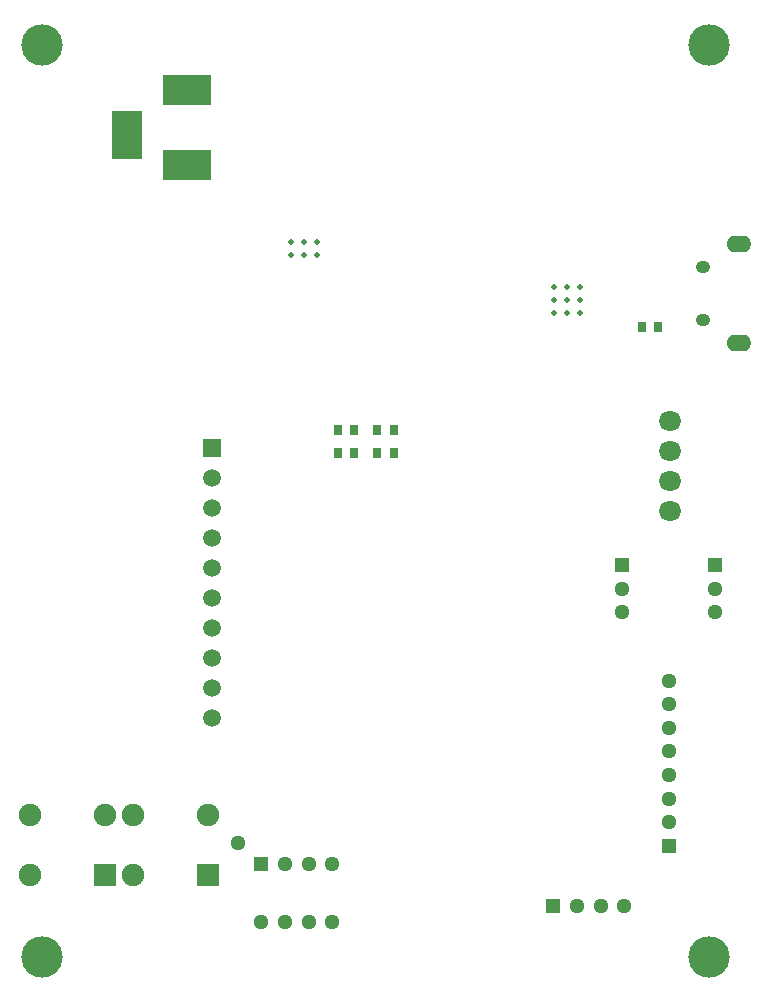
<source format=gbs>
%FSTAX23Y23*%
%MOIN*%
%SFA1B1*%

%IPPOS*%
%ADD19R,0.031500X0.037400*%
%ADD42R,0.051200X0.051200*%
%ADD43C,0.051200*%
%ADD44R,0.051200X0.051200*%
%ADD45C,0.059100*%
%ADD46R,0.059100X0.059100*%
%ADD47C,0.075000*%
%ADD48R,0.075000X0.075000*%
%ADD49R,0.160000X0.100000*%
%ADD50R,0.100000X0.160000*%
%ADD51C,0.138000*%
%ADD52O,0.075000X0.065000*%
%ADD53O,0.049200X0.041300*%
%ADD54C,0.019700*%
%ADD58O,0.082700X0.055100*%
%LNtankboardpcb1-1*%
%LPD*%
G54D19*
X03178Y03896D03*
X03123D03*
X02298Y03552D03*
X02242D03*
X02298Y03473D03*
X02242D03*
X02166D03*
X02111D03*
X02166Y03552D03*
X02111D03*
G54D42*
X02829Y01964D03*
X01855Y02106D03*
G54D43*
X02908Y01964D03*
X02987D03*
X03065D03*
X03058Y03022D03*
Y02943D03*
X03367Y03022D03*
Y02943D03*
X03214Y02716D03*
Y02637D03*
Y02401D03*
Y02244D03*
Y02322D03*
Y0248D03*
Y02559D03*
X01777Y02173D03*
X01934Y02106D03*
X02013D03*
X02092D03*
X01855Y0191D03*
X01934D03*
X02013D03*
X02092D03*
G54D44*
X03058Y031D03*
X03367D03*
X03214Y02165D03*
G54D45*
X01691Y03291D03*
Y02591D03*
Y02691D03*
Y02791D03*
Y02891D03*
Y02991D03*
Y03091D03*
Y03191D03*
Y03391D03*
G54D46*
X01691Y03491D03*
G54D47*
X01333Y02267D03*
X01083Y02067D03*
Y02267D03*
X01678D03*
X01428Y02067D03*
Y02267D03*
G54D48*
X01333Y02067D03*
X01678D03*
G54D49*
X01607Y04435D03*
Y04685D03*
G54D50*
X01407Y04535D03*
G54D51*
X03349Y01793D03*
X01124D03*
Y04835D03*
X03349D03*
G54D52*
X03217Y03581D03*
Y0348D03*
Y03382D03*
Y03281D03*
G54D53*
X03327Y04094D03*
Y03919D03*
G54D54*
X0204Y04177D03*
Y04133D03*
X01997Y04177D03*
Y04133D03*
X01954Y04177D03*
Y04133D03*
X02918Y03942D03*
X02874D03*
X02831D03*
X02918Y03985D03*
X02874D03*
X02831D03*
X02918Y04028D03*
X02874D03*
X02831D03*
G54D58*
X03447Y03842D03*
Y04171D03*
M02*
</source>
